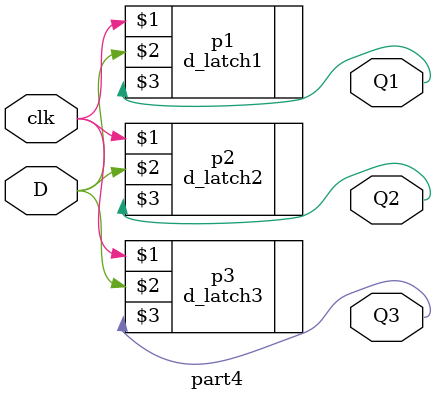
<source format=v>
module part4(clk,D,Q1,Q2,Q3);
input clk,D;
output Q1,Q2,Q3;
d_latch1 p1(clk,D,Q1);
d_latch2 p2(clk,D,Q2);
d_latch3 p3(clk,D,Q3);
endmodule 
</source>
